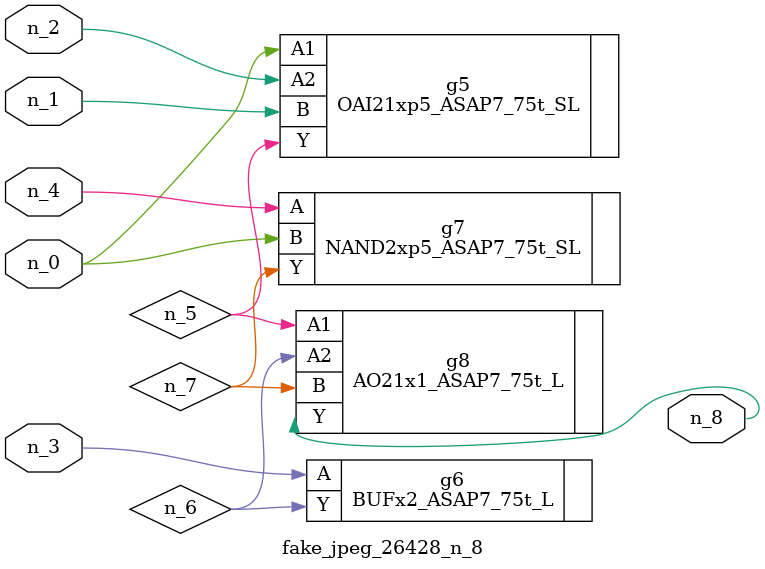
<source format=v>
module fake_jpeg_26428_n_8 (n_3, n_2, n_1, n_0, n_4, n_8);

input n_3;
input n_2;
input n_1;
input n_0;
input n_4;

output n_8;

wire n_6;
wire n_5;
wire n_7;

OAI21xp5_ASAP7_75t_SL g5 ( 
.A1(n_0),
.A2(n_2),
.B(n_1),
.Y(n_5)
);

BUFx2_ASAP7_75t_L g6 ( 
.A(n_3),
.Y(n_6)
);

NAND2xp5_ASAP7_75t_SL g7 ( 
.A(n_4),
.B(n_0),
.Y(n_7)
);

AO21x1_ASAP7_75t_L g8 ( 
.A1(n_5),
.A2(n_6),
.B(n_7),
.Y(n_8)
);


endmodule
</source>
